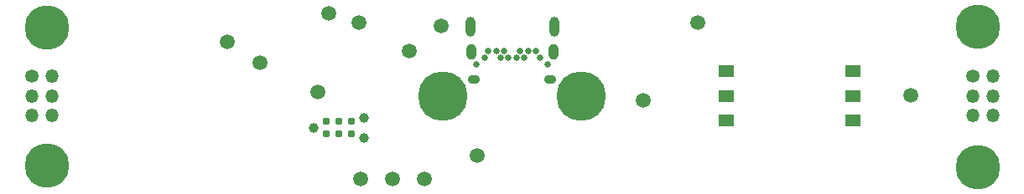
<source format=gbr>
G04 #@! TF.GenerationSoftware,KiCad,Pcbnew,(5.0.1)-rc2*
G04 #@! TF.CreationDate,2018-10-22T18:15:06-07:00*
G04 #@! TF.ProjectId,nixie_bottom_board,6E697869655F626F74746F6D5F626F61,rev?*
G04 #@! TF.SameCoordinates,Original*
G04 #@! TF.FileFunction,Soldermask,Bot*
G04 #@! TF.FilePolarity,Negative*
%FSLAX46Y46*%
G04 Gerber Fmt 4.6, Leading zero omitted, Abs format (unit mm)*
G04 Created by KiCad (PCBNEW (5.0.1)-rc2) date 10/22/2018 6:15:06 PM*
%MOMM*%
%LPD*%
G01*
G04 APERTURE LIST*
%ADD10O,1.000000X1.600000*%
%ADD11O,1.000000X2.000000*%
%ADD12O,0.650000X0.650000*%
%ADD13C,0.650000*%
%ADD14O,1.200000X0.900000*%
%ADD15C,1.500000*%
%ADD16C,0.990600*%
%ADD17C,0.787400*%
%ADD18R,1.500000X1.170000*%
%ADD19C,1.350000*%
%ADD20O,1.350000X1.350000*%
%ADD21C,0.800000*%
%ADD22C,4.500000*%
%ADD23C,5.000000*%
G04 APERTURE END LIST*
D10*
G04 #@! TO.C,J1*
X154130000Y-95510000D03*
X145870000Y-95510000D03*
D11*
X145780000Y-92995000D03*
X154220000Y-92995000D03*
D12*
X146400000Y-96760000D03*
D13*
X153600000Y-96760000D03*
X147200000Y-96110000D03*
X148800000Y-96110000D03*
X149600000Y-96110000D03*
X150400000Y-96110000D03*
X151200000Y-96110000D03*
X152800000Y-96110000D03*
X147600000Y-95410000D03*
X148400000Y-95410000D03*
X149200000Y-95410000D03*
X150800000Y-95410000D03*
X151600000Y-95410000D03*
X152400000Y-95410000D03*
D14*
X153845000Y-98310000D03*
X146155000Y-98310000D03*
G04 #@! TD*
D15*
G04 #@! TO.C,J18*
X146500000Y-106000000D03*
G04 #@! TD*
G04 #@! TO.C,J17*
X130400000Y-99600000D03*
G04 #@! TD*
D16*
G04 #@! TO.C,J2*
X135040000Y-102184000D03*
X135040000Y-104216000D03*
X129960000Y-103200000D03*
D17*
X133770000Y-103835000D03*
X133770000Y-102565000D03*
X132500000Y-103835000D03*
X132500000Y-102565000D03*
X131230000Y-103835000D03*
X131230000Y-102565000D03*
G04 #@! TD*
D15*
G04 #@! TO.C,J16*
X163250000Y-100400000D03*
G04 #@! TD*
G04 #@! TO.C,J15*
X121200000Y-94550000D03*
G04 #@! TD*
G04 #@! TO.C,J12*
X134700000Y-108400000D03*
G04 #@! TD*
G04 #@! TO.C,J11*
X137900000Y-108400000D03*
G04 #@! TD*
G04 #@! TO.C,J13*
X124500000Y-96600000D03*
G04 #@! TD*
G04 #@! TO.C,J14*
X141100000Y-108400000D03*
G04 #@! TD*
G04 #@! TO.C,J10*
X139600000Y-95400000D03*
G04 #@! TD*
G04 #@! TO.C,J9*
X134500000Y-92600000D03*
G04 #@! TD*
G04 #@! TO.C,J8*
X190250000Y-99900000D03*
G04 #@! TD*
G04 #@! TO.C,J7*
X168700000Y-92600000D03*
G04 #@! TD*
G04 #@! TO.C,J6*
X142800000Y-92900000D03*
G04 #@! TD*
D18*
G04 #@! TO.C,T1*
X184400000Y-97500000D03*
X184400000Y-100000000D03*
X184400000Y-102500000D03*
X171600000Y-102500000D03*
X171600000Y-97500000D03*
X171600000Y-100000000D03*
G04 #@! TD*
D19*
G04 #@! TO.C,J4*
X101500000Y-98000000D03*
D20*
X103500000Y-98000000D03*
X101500000Y-100000000D03*
X103500000Y-100000000D03*
X101500000Y-102000000D03*
X103500000Y-102000000D03*
G04 #@! TD*
D19*
G04 #@! TO.C,J3*
X196500000Y-98000000D03*
D20*
X198500000Y-98000000D03*
X196500000Y-100000000D03*
X198500000Y-100000000D03*
X196500000Y-102000000D03*
X198500000Y-102000000D03*
G04 #@! TD*
D15*
G04 #@! TO.C,J5*
X131500000Y-91600000D03*
G04 #@! TD*
D21*
G04 #@! TO.C,MH1*
X104237437Y-91862563D03*
X104750000Y-93100000D03*
X104237437Y-94337437D03*
X103000000Y-94850000D03*
X101762563Y-94337437D03*
X101250000Y-93100000D03*
X101762563Y-91862563D03*
X103000000Y-91350000D03*
D22*
X103000000Y-93100000D03*
G04 #@! TD*
G04 #@! TO.C,MH2*
X103000000Y-107000000D03*
D21*
X103000000Y-105250000D03*
X101762563Y-105762563D03*
X101250000Y-107000000D03*
X101762563Y-108237437D03*
X103000000Y-108750000D03*
X104237437Y-108237437D03*
X104750000Y-107000000D03*
X104237437Y-105762563D03*
G04 #@! TD*
G04 #@! TO.C,MH3*
X198237437Y-91762563D03*
X198750000Y-93000000D03*
X198237437Y-94237437D03*
X197000000Y-94750000D03*
X195762563Y-94237437D03*
X195250000Y-93000000D03*
X195762563Y-91762563D03*
X197000000Y-91250000D03*
D22*
X197000000Y-93000000D03*
G04 #@! TD*
G04 #@! TO.C,MH4*
X197000000Y-107200000D03*
D21*
X197000000Y-105450000D03*
X195762563Y-105962563D03*
X195250000Y-107200000D03*
X195762563Y-108437437D03*
X197000000Y-108950000D03*
X198237437Y-108437437D03*
X198750000Y-107200000D03*
X198237437Y-105962563D03*
G04 #@! TD*
D23*
G04 #@! TO.C,MH6*
X157000000Y-100000000D03*
D21*
X158875000Y-100000000D03*
X158325825Y-101325825D03*
X157000000Y-101875000D03*
X155674175Y-101325825D03*
X155125000Y-100000000D03*
X155674175Y-98674175D03*
X157000000Y-98125000D03*
X158325825Y-98674175D03*
G04 #@! TD*
G04 #@! TO.C,MH5*
X144325825Y-98674175D03*
X143000000Y-98125000D03*
X141674175Y-98674175D03*
X141125000Y-100000000D03*
X141674175Y-101325825D03*
X143000000Y-101875000D03*
X144325825Y-101325825D03*
X144875000Y-100000000D03*
D23*
X143000000Y-100000000D03*
G04 #@! TD*
M02*

</source>
